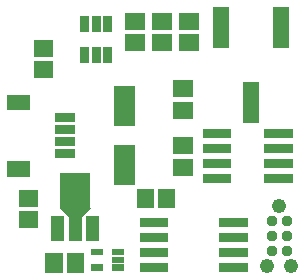
<source format=gbr>
G04 start of page 7 for group -4063 idx -4063 *
G04 Title: (unknown), componentmask *
G04 Creator: pcb 4.0.2 *
G04 CreationDate: Mon Feb 22 18:20:50 2021 UTC *
G04 For: ndholmes *
G04 Format: Gerber/RS-274X *
G04 PCB-Dimensions (mil): 1800.00 1200.00 *
G04 PCB-Coordinate-Origin: lower left *
%MOIN*%
%FSLAX25Y25*%
%LNTOPMASK*%
%ADD31C,0.0370*%
%ADD30C,0.0001*%
%ADD29C,0.0490*%
G54D29*X101000Y36500D03*
X105000Y16500D03*
X97000D03*
G54D30*G36*
X65748Y71316D02*Y65598D01*
X72252D01*
Y71316D01*
X65748D01*
G37*
G36*
X94142Y77698D02*X88858D01*
Y64105D01*
X94142D01*
Y77698D01*
G37*
G36*
X75500Y62000D02*Y59000D01*
X85000D01*
Y62000D01*
X75500D01*
G37*
G36*
Y57000D02*Y54000D01*
X85000D01*
Y57000D01*
X75500D01*
G37*
G36*
Y52000D02*Y49000D01*
X85000D01*
Y52000D01*
X75500D01*
G37*
G36*
Y47000D02*Y44000D01*
X85000D01*
Y47000D01*
X75500D01*
G37*
G36*
X65748Y52316D02*Y46598D01*
X72252D01*
Y52316D01*
X65748D01*
G37*
G36*
Y59402D02*Y53684D01*
X72252D01*
Y59402D01*
X65748D01*
G37*
G36*
X26149Y67355D02*Y64393D01*
X32851D01*
Y67355D01*
X26149D01*
G37*
G36*
Y63418D02*Y60456D01*
X32851D01*
Y63418D01*
X26149D01*
G37*
G36*
Y59481D02*Y56519D01*
X32851D01*
Y59481D01*
X26149D01*
G37*
G36*
Y55544D02*Y52582D01*
X32851D01*
Y55544D01*
X26149D01*
G37*
G36*
X10401Y73654D02*Y68330D01*
X18087D01*
Y73654D01*
X10401D01*
G37*
G36*
X52950Y76442D02*X46050D01*
Y63243D01*
X52950D01*
Y76442D01*
G37*
G36*
X19248Y91902D02*Y86184D01*
X25752D01*
Y91902D01*
X19248D01*
G37*
G36*
Y84816D02*Y79098D01*
X25752D01*
Y84816D01*
X19248D01*
G37*
G36*
X49748Y93816D02*Y88098D01*
X56252D01*
Y93816D01*
X49748D01*
G37*
G36*
Y100902D02*Y95184D01*
X56252D01*
Y100902D01*
X49748D01*
G37*
G36*
X45260Y99878D02*X42220D01*
Y94476D01*
X45260D01*
Y99878D01*
G37*
G36*
X41520D02*X38480D01*
Y94476D01*
X41520D01*
Y99878D01*
G37*
G36*
X37780D02*X34740D01*
Y94476D01*
X37780D01*
Y99878D01*
G37*
G36*
Y89524D02*X34740D01*
Y84122D01*
X37780D01*
Y89524D01*
G37*
G36*
X41520D02*X38480D01*
Y84122D01*
X41520D01*
Y89524D01*
G37*
G36*
X45260D02*X42220D01*
Y84122D01*
X45260D01*
Y89524D01*
G37*
G36*
X52950Y56757D02*X46050D01*
Y43558D01*
X52950D01*
Y56757D01*
G37*
G36*
X28816Y20752D02*X23098D01*
Y14248D01*
X28816D01*
Y20752D01*
G37*
G36*
X29284Y33300D02*X24904D01*
Y24826D01*
X29284D01*
Y33300D01*
G37*
G36*
X35902Y20752D02*X30184D01*
Y14248D01*
X35902D01*
Y20752D01*
G37*
G36*
X35190Y41016D02*X30810D01*
Y24826D01*
X35190D01*
Y41016D01*
G37*
G36*
X38025Y47475D02*X27975D01*
Y35535D01*
X38025D01*
Y47475D01*
G37*
G36*
X29695Y37679D02*X27851Y35835D01*
X31115Y32571D01*
X32959Y34415D01*
X29695Y37679D01*
G37*
G36*
X38149Y35835D02*X36305Y37679D01*
X33041Y34415D01*
X34885Y32571D01*
X38149Y35835D01*
G37*
G36*
X41096Y33300D02*X36716D01*
Y24826D01*
X41096D01*
Y33300D01*
G37*
G36*
X10401Y51607D02*Y46283D01*
X18087D01*
Y51607D01*
X10401D01*
G37*
G36*
X14248Y41902D02*Y36184D01*
X20752D01*
Y41902D01*
X14248D01*
G37*
G36*
Y34816D02*Y29098D01*
X20752D01*
Y34816D01*
X14248D01*
G37*
G36*
X38150Y22150D02*Y20050D01*
X42250D01*
Y22150D01*
X38150D01*
G37*
G36*
Y17050D02*Y14950D01*
X42250D01*
Y17050D01*
X38150D01*
G37*
G36*
X45150D02*Y14950D01*
X49250D01*
Y17050D01*
X45150D01*
G37*
G36*
Y19550D02*Y17450D01*
X49250D01*
Y19550D01*
X45150D01*
G37*
G36*
Y22150D02*Y20050D01*
X49250D01*
Y22150D01*
X45150D01*
G37*
G36*
X65748Y78402D02*Y72684D01*
X72252D01*
Y78402D01*
X65748D01*
G37*
G36*
X104142Y102894D02*X98858D01*
Y89302D01*
X104142D01*
Y102894D01*
G37*
G36*
X84142D02*X78858D01*
Y89302D01*
X84142D01*
Y102894D01*
G37*
G36*
X58748Y100902D02*Y95184D01*
X65252D01*
Y100902D01*
X58748D01*
G37*
G36*
Y93816D02*Y88098D01*
X65252D01*
Y93816D01*
X58748D01*
G37*
G36*
X67748Y100902D02*Y95184D01*
X74252D01*
Y100902D01*
X67748D01*
G37*
G36*
Y93816D02*Y88098D01*
X74252D01*
Y93816D01*
X67748D01*
G37*
G36*
X54500Y32500D02*Y29500D01*
X64000D01*
Y32500D01*
X54500D01*
G37*
G36*
Y27500D02*Y24500D01*
X64000D01*
Y27500D01*
X54500D01*
G37*
G36*
Y22500D02*Y19500D01*
X64000D01*
Y22500D01*
X54500D01*
G37*
G36*
Y17500D02*Y14500D01*
X64000D01*
Y17500D01*
X54500D01*
G37*
G36*
X59359Y42252D02*X53641D01*
Y35748D01*
X59359D01*
Y42252D01*
G37*
G36*
X66445D02*X60727D01*
Y35748D01*
X66445D01*
Y42252D01*
G37*
G36*
X81000Y17500D02*Y14500D01*
X90500D01*
Y17500D01*
X81000D01*
G37*
G36*
Y22500D02*Y19500D01*
X90500D01*
Y22500D01*
X81000D01*
G37*
G36*
Y27500D02*Y24500D01*
X90500D01*
Y27500D01*
X81000D01*
G37*
G36*
Y32500D02*Y29500D01*
X90500D01*
Y32500D01*
X81000D01*
G37*
G36*
X96000Y47000D02*Y44000D01*
X105500D01*
Y47000D01*
X96000D01*
G37*
G36*
Y52000D02*Y49000D01*
X105500D01*
Y52000D01*
X96000D01*
G37*
G36*
Y57000D02*Y54000D01*
X105500D01*
Y57000D01*
X96000D01*
G37*
G36*
Y62000D02*Y59000D01*
X105500D01*
Y62000D01*
X96000D01*
G37*
G54D31*X98500Y31500D03*
Y26500D03*
Y21500D03*
X103500Y31500D03*
Y26500D03*
Y21500D03*
M02*

</source>
